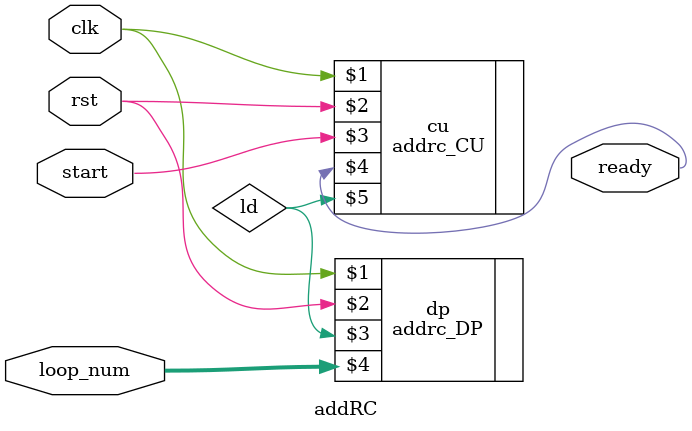
<source format=v>
module addRC(
	clk,
	rst,
	start,
	loop_num,
	ready
);
	input clk, rst, start;
	input[0:4] loop_num;
	output ready;
	wire ld;
 
   	addrc_DP dp(clk,rst,ld,loop_num);

	addrc_CU cu(clk,rst,start,ready,ld);	
	
endmodule
</source>
